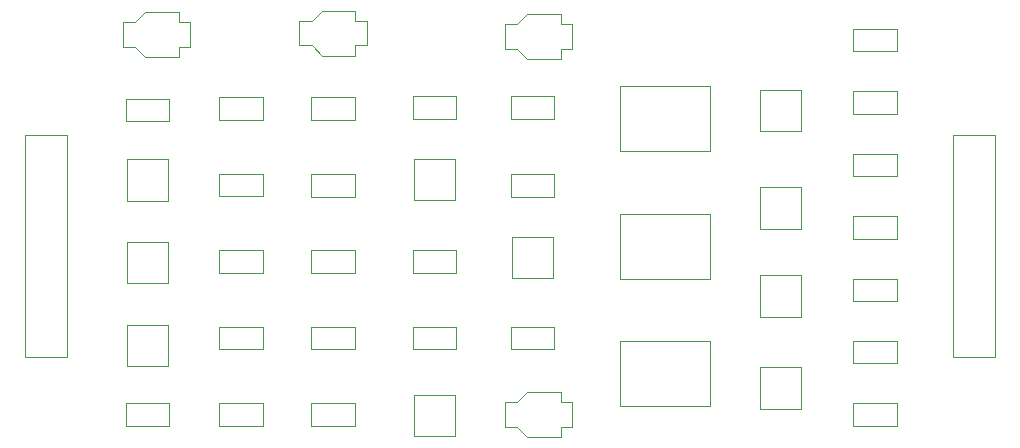
<source format=gbr>
%TF.GenerationSoftware,KiCad,Pcbnew,(5.1.10)-1*%
%TF.CreationDate,2021-10-26T22:21:35+02:00*%
%TF.ProjectId,TMS9929_RGB_Adapter,544d5339-3932-4395-9f52-47425f416461,0*%
%TF.SameCoordinates,Original*%
%TF.FileFunction,Other,User*%
%FSLAX46Y46*%
G04 Gerber Fmt 4.6, Leading zero omitted, Abs format (unit mm)*
G04 Created by KiCad (PCBNEW (5.1.10)-1) date 2021-10-26 22:21:35*
%MOMM*%
%LPD*%
G01*
G04 APERTURE LIST*
%ADD10C,0.050000*%
G04 APERTURE END LIST*
D10*
%TO.C,R5*%
X48550000Y-37925000D02*
X48550000Y-39825000D01*
X48550000Y-39825000D02*
X44850000Y-39825000D01*
X44850000Y-39825000D02*
X44850000Y-37925000D01*
X44850000Y-37925000D02*
X48550000Y-37925000D01*
%TO.C,R26*%
X102250000Y-57350000D02*
X102250000Y-59250000D01*
X102250000Y-59250000D02*
X98550000Y-59250000D01*
X98550000Y-59250000D02*
X98550000Y-57350000D01*
X98550000Y-57350000D02*
X102250000Y-57350000D01*
%TO.C,R25*%
X102250000Y-46783332D02*
X102250000Y-48683332D01*
X102250000Y-48683332D02*
X98550000Y-48683332D01*
X98550000Y-48683332D02*
X98550000Y-46783332D01*
X98550000Y-46783332D02*
X102250000Y-46783332D01*
%TO.C,R24*%
X98550000Y-38116666D02*
X98550000Y-36216666D01*
X98550000Y-36216666D02*
X102250000Y-36216666D01*
X102250000Y-36216666D02*
X102250000Y-38116666D01*
X102250000Y-38116666D02*
X98550000Y-38116666D01*
%TO.C,R23*%
X98550000Y-27550000D02*
X98550000Y-25650000D01*
X98550000Y-25650000D02*
X102250000Y-25650000D01*
X102250000Y-25650000D02*
X102250000Y-27550000D01*
X102250000Y-27550000D02*
X98550000Y-27550000D01*
%TO.C,J2*%
X107000000Y-34600000D02*
X107000000Y-53450000D01*
X107000000Y-53450000D02*
X110600000Y-53450000D01*
X110600000Y-53450000D02*
X110600000Y-34600000D01*
X110600000Y-34600000D02*
X107000000Y-34600000D01*
%TO.C,J1*%
X28400000Y-34600000D02*
X28400000Y-53450000D01*
X28400000Y-53450000D02*
X32000000Y-53450000D01*
X32000000Y-53450000D02*
X32000000Y-34600000D01*
X32000000Y-34600000D02*
X28400000Y-34600000D01*
%TO.C,C4*%
X73800000Y-24400000D02*
X73800000Y-25250000D01*
X73800000Y-25250000D02*
X74750000Y-25250000D01*
X74750000Y-25250000D02*
X74750000Y-27350000D01*
X74750000Y-27350000D02*
X73800000Y-27350000D01*
X73800000Y-27350000D02*
X73800000Y-28200000D01*
X70970000Y-28200000D02*
X73800000Y-28200000D01*
X70970000Y-24400000D02*
X73800000Y-24400000D01*
X70120000Y-27350000D02*
X70970000Y-28200000D01*
X70120000Y-25250000D02*
X70970000Y-24400000D01*
X70120000Y-25250000D02*
X69050000Y-25250000D01*
X69050000Y-25250000D02*
X69050000Y-27350000D01*
X69050000Y-27350000D02*
X70120000Y-27350000D01*
%TO.C,C3*%
X56400000Y-24100000D02*
X56400000Y-24950000D01*
X56400000Y-24950000D02*
X57350000Y-24950000D01*
X57350000Y-24950000D02*
X57350000Y-27050000D01*
X57350000Y-27050000D02*
X56400000Y-27050000D01*
X56400000Y-27050000D02*
X56400000Y-27900000D01*
X53570000Y-27900000D02*
X56400000Y-27900000D01*
X53570000Y-24100000D02*
X56400000Y-24100000D01*
X52720000Y-27050000D02*
X53570000Y-27900000D01*
X52720000Y-24950000D02*
X53570000Y-24100000D01*
X52720000Y-24950000D02*
X51650000Y-24950000D01*
X51650000Y-24950000D02*
X51650000Y-27050000D01*
X51650000Y-27050000D02*
X52720000Y-27050000D01*
%TO.C,C2*%
X73800000Y-56400000D02*
X73800000Y-57250000D01*
X73800000Y-57250000D02*
X74750000Y-57250000D01*
X74750000Y-57250000D02*
X74750000Y-59350000D01*
X74750000Y-59350000D02*
X73800000Y-59350000D01*
X73800000Y-59350000D02*
X73800000Y-60200000D01*
X70970000Y-60200000D02*
X73800000Y-60200000D01*
X70970000Y-56400000D02*
X73800000Y-56400000D01*
X70120000Y-59350000D02*
X70970000Y-60200000D01*
X70120000Y-57250000D02*
X70970000Y-56400000D01*
X70120000Y-57250000D02*
X69050000Y-57250000D01*
X69050000Y-57250000D02*
X69050000Y-59350000D01*
X69050000Y-59350000D02*
X70120000Y-59350000D01*
%TO.C,C1*%
X41450000Y-24250000D02*
X41450000Y-25100000D01*
X41450000Y-25100000D02*
X42400000Y-25100000D01*
X42400000Y-25100000D02*
X42400000Y-27200000D01*
X42400000Y-27200000D02*
X41450000Y-27200000D01*
X41450000Y-27200000D02*
X41450000Y-28050000D01*
X38620000Y-28050000D02*
X41450000Y-28050000D01*
X38620000Y-24250000D02*
X41450000Y-24250000D01*
X37770000Y-27200000D02*
X38620000Y-28050000D01*
X37770000Y-25100000D02*
X38620000Y-24250000D01*
X37770000Y-25100000D02*
X36700000Y-25100000D01*
X36700000Y-25100000D02*
X36700000Y-27200000D01*
X36700000Y-27200000D02*
X37770000Y-27200000D01*
%TO.C,Q2*%
X94100000Y-39050000D02*
X94100000Y-42550000D01*
X90700000Y-39050000D02*
X94100000Y-39050000D01*
X90700000Y-42550000D02*
X90700000Y-39050000D01*
X94100000Y-42550000D02*
X90700000Y-42550000D01*
%TO.C,Q3*%
X94100000Y-46500000D02*
X94100000Y-50000000D01*
X90700000Y-46500000D02*
X94100000Y-46500000D01*
X90700000Y-50000000D02*
X90700000Y-46500000D01*
X94100000Y-50000000D02*
X90700000Y-50000000D01*
%TO.C,Q4*%
X94100000Y-54300000D02*
X94100000Y-57800000D01*
X90700000Y-54300000D02*
X94100000Y-54300000D01*
X90700000Y-57800000D02*
X90700000Y-54300000D01*
X94100000Y-57800000D02*
X90700000Y-57800000D01*
%TO.C,Q1*%
X94100000Y-30800000D02*
X94100000Y-34300000D01*
X90700000Y-30800000D02*
X94100000Y-30800000D01*
X90700000Y-34300000D02*
X90700000Y-30800000D01*
X94100000Y-34300000D02*
X90700000Y-34300000D01*
%TO.C,Q9*%
X40500000Y-43700000D02*
X40500000Y-47200000D01*
X37100000Y-43700000D02*
X40500000Y-43700000D01*
X37100000Y-47200000D02*
X37100000Y-43700000D01*
X40500000Y-47200000D02*
X37100000Y-47200000D01*
%TO.C,R2*%
X48550000Y-52750000D02*
X44850000Y-52750000D01*
X48550000Y-50850000D02*
X48550000Y-52750000D01*
X44850000Y-50850000D02*
X48550000Y-50850000D01*
X44850000Y-52750000D02*
X44850000Y-50850000D01*
%TO.C,RV1 - Green*%
X86450000Y-35970000D02*
X86450000Y-30470000D01*
X86450000Y-30470000D02*
X78800000Y-30470000D01*
X78800000Y-30470000D02*
X78800000Y-35970000D01*
X78800000Y-35970000D02*
X86450000Y-35970000D01*
%TO.C,R16*%
X102250000Y-30933333D02*
X102250000Y-32833333D01*
X102250000Y-32833333D02*
X98550000Y-32833333D01*
X98550000Y-32833333D02*
X98550000Y-30933333D01*
X98550000Y-30933333D02*
X102250000Y-30933333D01*
%TO.C,R6*%
X56350000Y-37950000D02*
X56350000Y-39850000D01*
X56350000Y-39850000D02*
X52650000Y-39850000D01*
X52650000Y-39850000D02*
X52650000Y-37950000D01*
X52650000Y-37950000D02*
X56350000Y-37950000D01*
%TO.C,Q10*%
X40500000Y-50700000D02*
X40500000Y-54200000D01*
X37100000Y-50700000D02*
X40500000Y-50700000D01*
X37100000Y-54200000D02*
X37100000Y-50700000D01*
X40500000Y-54200000D02*
X37100000Y-54200000D01*
%TO.C,Q8*%
X40500000Y-36700000D02*
X40500000Y-40200000D01*
X37100000Y-36700000D02*
X40500000Y-36700000D01*
X37100000Y-40200000D02*
X37100000Y-36700000D01*
X40500000Y-40200000D02*
X37100000Y-40200000D01*
%TO.C,R10*%
X61250000Y-46300000D02*
X61250000Y-44400000D01*
X61250000Y-44400000D02*
X64950000Y-44400000D01*
X64950000Y-44400000D02*
X64950000Y-46300000D01*
X64950000Y-46300000D02*
X61250000Y-46300000D01*
%TO.C,R4*%
X64950000Y-31350000D02*
X64950000Y-33250000D01*
X64950000Y-33250000D02*
X61250000Y-33250000D01*
X61250000Y-33250000D02*
X61250000Y-31350000D01*
X61250000Y-31350000D02*
X64950000Y-31350000D01*
%TO.C,Q7*%
X64800000Y-56650000D02*
X64800000Y-60150000D01*
X61400000Y-56650000D02*
X64800000Y-56650000D01*
X61400000Y-60150000D02*
X61400000Y-56650000D01*
X64800000Y-60150000D02*
X61400000Y-60150000D01*
%TO.C,R1*%
X40650000Y-33450000D02*
X36950000Y-33450000D01*
X40650000Y-31550000D02*
X40650000Y-33450000D01*
X36950000Y-31550000D02*
X40650000Y-31550000D01*
X36950000Y-33450000D02*
X36950000Y-31550000D01*
%TO.C,R20*%
X56350000Y-31450000D02*
X56350000Y-33350000D01*
X56350000Y-33350000D02*
X52650000Y-33350000D01*
X52650000Y-33350000D02*
X52650000Y-31450000D01*
X52650000Y-31450000D02*
X56350000Y-31450000D01*
%TO.C,Q6*%
X69700000Y-46750000D02*
X69700000Y-43250000D01*
X73100000Y-46750000D02*
X69700000Y-46750000D01*
X73100000Y-43250000D02*
X73100000Y-46750000D01*
X69700000Y-43250000D02*
X73100000Y-43250000D01*
%TO.C,Q5*%
X64800000Y-36650000D02*
X64800000Y-40150000D01*
X61400000Y-36650000D02*
X64800000Y-36650000D01*
X61400000Y-40150000D02*
X61400000Y-36650000D01*
X64800000Y-40150000D02*
X61400000Y-40150000D01*
%TO.C,R3*%
X48550000Y-31450000D02*
X48550000Y-33350000D01*
X48550000Y-33350000D02*
X44850000Y-33350000D01*
X44850000Y-33350000D02*
X44850000Y-31450000D01*
X44850000Y-31450000D02*
X48550000Y-31450000D01*
%TO.C,R7*%
X48550000Y-44400000D02*
X48550000Y-46300000D01*
X48550000Y-46300000D02*
X44850000Y-46300000D01*
X44850000Y-46300000D02*
X44850000Y-44400000D01*
X44850000Y-44400000D02*
X48550000Y-44400000D01*
%TO.C,R22*%
X61250000Y-52750000D02*
X61250000Y-50850000D01*
X61250000Y-50850000D02*
X64950000Y-50850000D01*
X64950000Y-50850000D02*
X64950000Y-52750000D01*
X64950000Y-52750000D02*
X61250000Y-52750000D01*
%TO.C,R13*%
X56350000Y-57350000D02*
X56350000Y-59250000D01*
X56350000Y-59250000D02*
X52650000Y-59250000D01*
X52650000Y-59250000D02*
X52650000Y-57350000D01*
X52650000Y-57350000D02*
X56350000Y-57350000D01*
%TO.C,R11*%
X56350000Y-44400000D02*
X56350000Y-46300000D01*
X56350000Y-46300000D02*
X52650000Y-46300000D01*
X52650000Y-46300000D02*
X52650000Y-44400000D01*
X52650000Y-44400000D02*
X56350000Y-44400000D01*
%TO.C,R18*%
X69550000Y-39850000D02*
X69550000Y-37950000D01*
X69550000Y-37950000D02*
X73250000Y-37950000D01*
X73250000Y-37950000D02*
X73250000Y-39850000D01*
X73250000Y-39850000D02*
X69550000Y-39850000D01*
%TO.C,R8*%
X56350000Y-50850000D02*
X56350000Y-52750000D01*
X56350000Y-52750000D02*
X52650000Y-52750000D01*
X52650000Y-52750000D02*
X52650000Y-50850000D01*
X52650000Y-50850000D02*
X56350000Y-50850000D01*
%TO.C,R19*%
X36950000Y-59250000D02*
X36950000Y-57350000D01*
X36950000Y-57350000D02*
X40650000Y-57350000D01*
X40650000Y-57350000D02*
X40650000Y-59250000D01*
X40650000Y-59250000D02*
X36950000Y-59250000D01*
%TO.C,R9*%
X48550000Y-57350000D02*
X48550000Y-59250000D01*
X48550000Y-59250000D02*
X44850000Y-59250000D01*
X44850000Y-59250000D02*
X44850000Y-57350000D01*
X44850000Y-57350000D02*
X48550000Y-57350000D01*
%TO.C,R14*%
X102250000Y-52066665D02*
X102250000Y-53966665D01*
X102250000Y-53966665D02*
X98550000Y-53966665D01*
X98550000Y-53966665D02*
X98550000Y-52066665D01*
X98550000Y-52066665D02*
X102250000Y-52066665D01*
%TO.C,R15*%
X102250000Y-41499999D02*
X102250000Y-43399999D01*
X102250000Y-43399999D02*
X98550000Y-43399999D01*
X98550000Y-43399999D02*
X98550000Y-41499999D01*
X98550000Y-41499999D02*
X102250000Y-41499999D01*
%TO.C,R12*%
X73250000Y-50850000D02*
X73250000Y-52750000D01*
X73250000Y-52750000D02*
X69550000Y-52750000D01*
X69550000Y-52750000D02*
X69550000Y-50850000D01*
X69550000Y-50850000D02*
X73250000Y-50850000D01*
%TO.C,R21*%
X73250000Y-31350000D02*
X73250000Y-33250000D01*
X73250000Y-33250000D02*
X69550000Y-33250000D01*
X69550000Y-33250000D02*
X69550000Y-31350000D01*
X69550000Y-31350000D02*
X73250000Y-31350000D01*
%TO.C,RV3 - Blue*%
X86450000Y-57600000D02*
X86450000Y-52100000D01*
X86450000Y-52100000D02*
X78800000Y-52100000D01*
X78800000Y-52100000D02*
X78800000Y-57600000D01*
X78800000Y-57600000D02*
X86450000Y-57600000D01*
%TO.C,RV2 - Red*%
X86450000Y-46785000D02*
X86450000Y-41285000D01*
X86450000Y-41285000D02*
X78800000Y-41285000D01*
X78800000Y-41285000D02*
X78800000Y-46785000D01*
X78800000Y-46785000D02*
X86450000Y-46785000D01*
%TD*%
M02*

</source>
